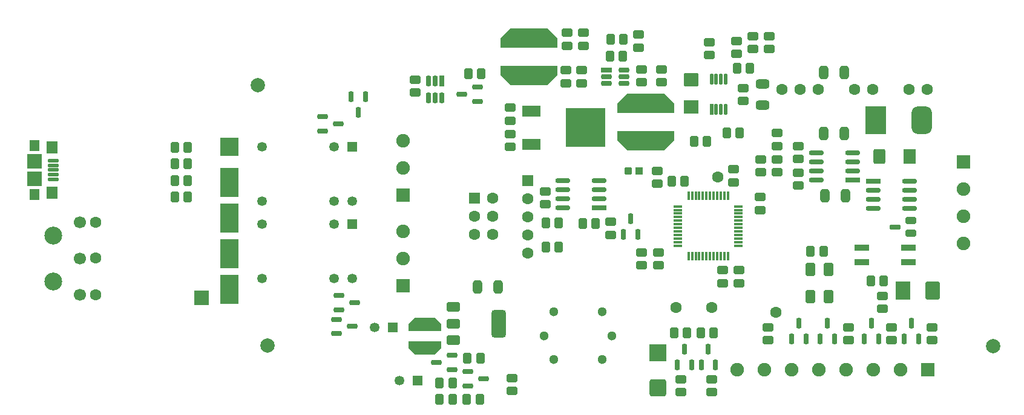
<source format=gbr>
*
G04 Job   : X:\MG\projects\L02-0101\PCB\L02-0101.pcb*
G04 User  : DESKTOP-LPE9H33:User*
G04 Layer : L02-0101_03SMT.gbr*
G04 Date  : Tue Mar 14 15:44:52 2017*
%ICAS*%
%MOIN*%
%FSLAX24Y24*%
%OFA0.0000B0.0000*%
G90*
G74*
%AMVB_RECTANGLE*
21,1,$1,$2,0,0,$3*
%
%AMVB_RCRECTANGLE*
$3=$3X2*
21,1,$1-$3,$2,0,0,0*
21,1,$1,$2-$3,0,0,0*
$1=$1/2*
$2=$2/2*
$3=$3/2*
$1=$1-$3*
$2=$2-$3*
1,1,$3X2,0-$1,0-$2*
1,1,$3X2,0-$1,$2*
1,1,$3X2,$1,$2*
1,1,$3X2,$1,0-$2*
%
%AMVB_Custom_sdr0805_msk*
4,1,14,0.0531,-0.1032,0.0526,-0.1037,0.0526,-0.1038,0.0014,-0.1549,0.0014,-0.1549,0.0008,-0.1555,-0.0531,-0.1555,-0.0531,0.1555,0.0008,0.1555,0.0014,0.1549,0.0014,0.1549,0.0526,0.1038,0.0526,0.1037,0.0531,0.1032,0.0531,-0.1032,$1*
%
%AMVB_Custom_sdr0403_msk*
4,1,14,0.0374,-0.0540,0.0368,-0.0545,0.0368,-0.0545,0.0014,-0.0900,0.0014,-0.0900,0.0008,-0.0906,-0.0374,-0.0906,-0.0374,0.0906,0.0008,0.0906,0.0014,0.0900,0.0014,0.0900,0.0368,0.0545,0.0368,0.0545,0.0374,0.0540,0.0374,-0.0540,$1*
%
%ADD59C,0.05118*%
%ADD37C,0.05315*%
%ADD12C,0.06299*%
%ADD19C,0.06693*%
%ADD33C,0.07480*%
%ADD10C,0.07874*%
%ADD18C,0.09843*%
%ADD45O,0.02165X0.06299*%
%ADD27O,0.08268X0.02756*%
%ADD72VB_RECTANGLE,0.03937X0.03937X270.00000*%
%ADD36VB_RECTANGLE,0.05315X0.05315X180.00000*%
%ADD35VB_RECTANGLE,0.06299X0.06299X270.00000*%
%ADD32VB_RECTANGLE,0.07480X0.07480X90.00000*%
%ADD11VB_RECTANGLE,0.07874X0.07874X0.00000*%
%ADD14VB_RECTANGLE,0.10236X0.10236X90.00000*%
%ADD73VB_RECTANGLE,0.04724X0.01575X90.00000*%
%ADD15VB_RECTANGLE,0.05512X0.06299X0.00000*%
%ADD57VB_RECTANGLE,0.05709X0.02756X0.00000*%
%ADD21VB_RECTANGLE,0.05709X0.02756X270.00000*%
%ADD46VB_RECTANGLE,0.06299X0.02165X90.00000*%
%ADD17VB_RECTANGLE,0.06693X0.05906X270.00000*%
%ADD28VB_RECTANGLE,0.08268X0.02756X180.00000*%
%ADD42VB_RECTANGLE,0.08268X0.03150X180.00000*%
%ADD55VB_RECTANGLE,0.08268X0.06693X270.00000*%
%ADD43VB_RECTANGLE,0.08268X0.07480X180.00000*%
%ADD50VB_RECTANGLE,0.09646X0.09252X270.00000*%
%ADD58VB_RECTANGLE,0.10236X0.06299X0.00000*%
%ADD48VB_RECTANGLE,0.10236X0.08268X90.00000*%
%ADD54VB_RECTANGLE,0.15354X0.11417X90.00000*%
%ADD13VB_RECTANGLE,0.15748X0.10236X90.00000*%
%ADD38VB_Custom_sdr0403_msk,90.00000*%
%ADD39VB_Custom_sdr0403_msk,270.00000*%
%ADD24VB_Custom_sdr0805_msk,90.00000*%
%ADD23VB_Custom_sdr0805_msk,270.00000*%
%ADD29VB_RCRECTANGLE,0.03937X0.03937X0.00787*%
%ADD31VB_RCRECTANGLE,0.04724X0.01575X0.00394*%
%ADD30VB_RCRECTANGLE,0.01575X0.04724X0.00394*%
%ADD70VB_RCRECTANGLE,0.05669X0.02756X0.00787*%
%ADD20VB_RCRECTANGLE,0.02756X0.05669X0.00787*%
%ADD16VB_RCRECTANGLE,0.05906X0.01969X0.00394*%
%ADD41VB_RCRECTANGLE,0.05906X0.02756X0.00787*%
%ADD40VB_RCRECTANGLE,0.05906X0.03740X0.00787*%
%ADD71VB_RCRECTANGLE,0.06102X0.04724X0.01181*%
%ADD22VB_RCRECTANGLE,0.04724X0.06102X0.01181*%
%ADD26VB_RCRECTANGLE,0.07480X0.05118X0.01575*%
%ADD34VB_RCRECTANGLE,0.05118X0.07480X0.01575*%
%ADD52VB_RCRECTANGLE,0.07480X0.05315X0.01181*%
%ADD25VB_RCRECTANGLE,0.05315X0.07480X0.01181*%
%ADD56VB_RCRECTANGLE,0.06693X0.08268X0.01181*%
%ADD44VB_RCRECTANGLE,0.08268X0.07480X0.01181*%
%ADD49VB_RCRECTANGLE,0.09252X0.09646X0.01575*%
%ADD47VB_RCRECTANGLE,0.08268X0.10236X0.01575*%
%ADD51VB_RCRECTANGLE,0.08268X0.15354X0.01969*%
%ADD53VB_RCRECTANGLE,0.11417X0.15354X0.03937*%
G01*
G36*
X-3346Y3642D02*
X-1181D01*
Y5768*
X-3346*
Y3642*
G37*
G54D10*
X-20315Y7047D03*
X-19803Y-7323D03*
X20157Y-7362D03*
G54D11*
X-32628Y1900D03*
Y2844D03*
X-23425Y-4685D03*
G54D12*
X-29252Y-4528D03*
Y-2480D03*
Y-512D03*
X-8386Y-1173D03*
Y-173D03*
X-7386Y-1173D03*
Y-173D03*
Y827D03*
X-5453Y-2209D03*
Y-1209D03*
Y-209D03*
Y791D03*
X2707Y-5207D03*
X4675D03*
X5020Y1969D03*
X8209Y-5472D03*
X8551Y6815D03*
X9551D03*
X10551D03*
X12551Y6817D03*
X13551D03*
X15551D03*
X16551D03*
G54D13*
X-21906Y-4224D03*
Y-2256D03*
Y-287D03*
Y1681D03*
G54D14*
Y3650D03*
G54D15*
X-32628Y1033D03*
Y3711D03*
G54D16*
X-31585Y1860D03*
Y2116D03*
Y2372D03*
Y2628D03*
Y2884D03*
G54D17*
X-31663Y1112D03*
Y3632D03*
G54D18*
X-31585Y-3770D03*
Y-1250D03*
G54D19*
X-30128Y-4510D03*
Y-2510D03*
Y-510D03*
G54D20*
X-15197Y6417D03*
X-14803Y5551D03*
X-14409Y6417D03*
X-10935Y6341D03*
Y7301D03*
X-10561Y6341D03*
Y7301D03*
X-10187Y6341D03*
X-197Y-1181D03*
X197Y-315D03*
X591Y-1181D03*
X2776Y-8386D03*
X3169Y-7520D03*
X3563Y-8386D03*
X4094D03*
X4488Y-7520D03*
X4882Y-8386D03*
X9075Y-6949D03*
X9469Y-6083D03*
X9862Y-6949D03*
X10650D03*
X11043Y-6083D03*
X11437Y-6949D03*
X13071D03*
X13465Y-6083D03*
X13858Y-6949D03*
X15276D03*
X15669Y-6083D03*
X16063Y-6949D03*
G54D21*
X-10187Y7301D03*
G54D22*
X-24892Y896D03*
Y1801D03*
Y2707D03*
Y3612D03*
X-24183Y896D03*
Y1801D03*
Y2707D03*
Y3612D03*
X-10315Y-10276D03*
Y-9370D03*
X-9606Y-10276D03*
Y-9370D03*
X-8819Y-10276D03*
X-8780Y-8031D03*
X-8740Y7677D03*
X-8110Y-10276D03*
X-8071Y-8031D03*
X-8031Y7677D03*
X-4469Y-1890D03*
Y-551D03*
X-3760Y-1890D03*
Y-551D03*
X-2421Y-571D03*
X-1713D03*
X-925Y8661D03*
X-906Y9587D03*
X-217Y8661D03*
X-197Y9587D03*
X2470Y1742D03*
X2608Y-6624D03*
X3179Y1742D03*
X3317Y-6624D03*
X3701Y3957D03*
X4065Y-6624D03*
X4409Y3957D03*
X4774Y-6624D03*
X5512Y4429D03*
X6063Y7972D03*
X6220Y4429D03*
X6772Y7972D03*
X10118Y-2126D03*
X10827D03*
X13445Y-3760D03*
X14154D03*
G54D23*
X-5394Y7579D03*
X1024Y3976D03*
G54D24*
X-5394Y9665D03*
X1024Y6063D03*
G54D25*
X10091Y-4606D03*
Y-3110D03*
X11091Y-4606D03*
Y-3110D03*
G54D26*
X7480Y5965D03*
Y7106D03*
G54D27*
X-3524Y272D03*
Y772D03*
Y1276D03*
Y1776D03*
X-1516Y772D03*
Y1276D03*
Y1776D03*
X10433Y1827D03*
Y2327D03*
Y2831D03*
Y3331D03*
X12441Y2327D03*
Y2831D03*
Y3331D03*
X13563Y252D03*
Y752D03*
Y1256D03*
X15571Y252D03*
Y752D03*
Y1256D03*
Y1756D03*
G54D28*
X-1516Y272D03*
X12441Y1827D03*
X13563Y1756D03*
G54D29*
X69Y2333D03*
G54D30*
X3396Y955D03*
X3593Y-2392D03*
Y955D03*
X3789Y-2392D03*
Y955D03*
X3986Y-2392D03*
Y955D03*
X4183Y-2392D03*
Y955D03*
X4380Y-2392D03*
Y955D03*
X4577Y-2392D03*
Y955D03*
X4774Y-2392D03*
Y955D03*
X4970Y-2392D03*
Y955D03*
X5167Y-2392D03*
Y955D03*
X5364Y-2392D03*
Y955D03*
X5561Y-2392D03*
Y955D03*
G54D31*
X2805Y-1801D03*
Y-1604D03*
Y-1407D03*
Y-1211D03*
Y-1014D03*
Y-817D03*
Y-620D03*
Y-423D03*
Y-226D03*
Y-30D03*
Y167D03*
Y364D03*
X6152Y-1801D03*
Y-1604D03*
Y-1407D03*
Y-1211D03*
Y-1014D03*
Y-817D03*
Y-620D03*
Y-423D03*
Y-226D03*
Y-30D03*
Y167D03*
Y364D03*
G54D32*
X-12323Y-4016D03*
Y984D03*
X16563Y-8661D03*
X18524Y2815D03*
G54D33*
X-12323Y-2516D03*
Y-1016D03*
Y2484D03*
Y3984D03*
X6063Y-8661D03*
X7563D03*
X9063D03*
X10563D03*
X12063D03*
X13563D03*
X15063D03*
X18524Y-1685D03*
Y-185D03*
Y1315D03*
G54D34*
X-8228Y-4094D03*
X-7087D03*
X10846Y4390D03*
Y7740D03*
X10906Y941D03*
X11988Y4390D03*
Y7740D03*
X12047Y941D03*
G54D35*
X-8386Y827D03*
X-5453Y1791D03*
G54D36*
X-15138Y-630D03*
Y3642D03*
X-12886Y-6319D03*
X-11528Y-9252D03*
G54D37*
X-20098Y-3622D03*
Y-630D03*
Y650D03*
Y3642D03*
X-16122Y-3622D03*
Y-630D03*
Y650D03*
Y3642D03*
X-15138Y-3622D03*
Y650D03*
X-13886Y-6319D03*
X-12528Y-9252D03*
G54D38*
X-11142Y-6161D03*
G54D39*
Y-7461D03*
G54D40*
X15630Y-1122D03*
Y-413D03*
G54D41*
X14764Y-768D03*
G54D42*
X12953Y-2717D03*
Y-1929D03*
X15512Y-2717D03*
Y-1929D03*
G54D43*
X3543Y5866D03*
G54D44*
Y7362D03*
G54D45*
X4656Y7382D03*
X4911Y5728D03*
Y7382D03*
X5167Y5728D03*
Y7382D03*
X5423Y5728D03*
Y7382D03*
G54D46*
X4656Y5728D03*
G54D47*
X16850Y-4272D03*
G54D48*
X15197D03*
G54D49*
X1713Y-9646D03*
G54D50*
Y-7717D03*
G54D51*
X-7047Y-6102D03*
G54D52*
X-9567Y-7008D03*
Y-6102D03*
Y-5197D03*
G54D53*
X16240Y5118D03*
G54D54*
X13720D03*
G54D55*
X15571Y3110D03*
G54D56*
X13917D03*
G54D57*
X-1130Y7894D03*
G54D58*
X-5276Y3799D03*
Y5610D03*
G54D59*
X-4567Y-6772D03*
X-4019Y-8094D03*
Y-5449D03*
X-1375Y-8094D03*
Y-5449D03*
X-827Y-6772D03*
G54D70*
X-16772Y4528D03*
Y5315D03*
X-15984Y-6654D03*
Y-5866D03*
X-15906Y4921D03*
X-15866Y-5335D03*
Y-4547D03*
X-15118Y-6260D03*
X-15000Y-4941D03*
X-10492Y-8248D03*
X-9626Y-8642D03*
Y-7854D03*
X-9094Y6555D03*
X-8760Y-9547D03*
Y-8760D03*
X-8228Y6161D03*
Y6949D03*
X-7894Y-9154D03*
X-1130Y7146D03*
Y7520D03*
X-169Y7146D03*
Y7520D03*
Y7894D03*
G54D71*
X-11654Y6654D03*
Y7362D03*
X-6417Y3642D03*
Y4350D03*
Y5098D03*
Y5807D03*
X-6339Y-9823D03*
Y-9114D03*
X-4508Y492D03*
Y1201D03*
X-3366Y7165D03*
Y7874D03*
X-3287Y9232D03*
Y9941D03*
X-2480Y7165D03*
Y7874D03*
X-2402Y9232D03*
Y9941D03*
X-906Y-1201D03*
Y-492D03*
X650Y9134D03*
Y9843D03*
X807Y7224D03*
Y7933D03*
X817Y-2884D03*
Y-2175D03*
X1663Y1604D03*
Y2313D03*
X1722Y-2884D03*
Y-2175D03*
X1890Y7224D03*
Y7933D03*
X2972Y-9882D03*
Y-9173D03*
X4528Y8720D03*
Y9429D03*
X4685Y-9882D03*
Y-9173D03*
X5285Y-3868D03*
Y-3159D03*
X5866Y1693D03*
Y2402D03*
X6043Y8780D03*
Y9488D03*
X6171Y-3868D03*
Y-3159D03*
X6417Y6181D03*
Y6890D03*
X6949Y9055D03*
Y9764D03*
X7333Y167D03*
Y876D03*
X7362Y2244D03*
Y2953D03*
X7756Y-7008D03*
Y-6299D03*
X7854Y9055D03*
Y9764D03*
X8268Y2244D03*
Y2953D03*
Y3701D03*
Y4409D03*
X9445Y1516D03*
Y2224D03*
Y2972D03*
Y3681D03*
X12205Y-7008D03*
Y-6299D03*
X14075Y-5295D03*
Y-4587D03*
X14567Y-7008D03*
Y-6299D03*
X16791Y-7028D03*
Y-6319D03*
G54D72*
X659Y2333D03*
G54D73*
X3396Y-2392D03*
M02*

</source>
